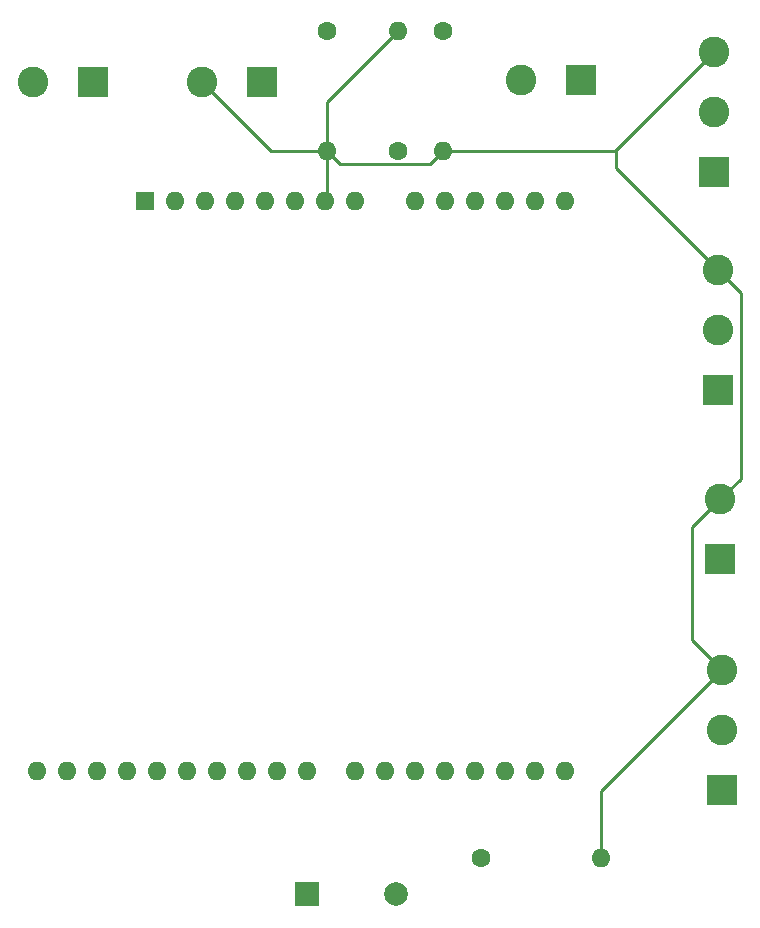
<source format=gbr>
%TF.GenerationSoftware,KiCad,Pcbnew,7.0.5*%
%TF.CreationDate,2023-12-17T15:08:04+05:30*%
%TF.ProjectId,LV conn,4c562063-6f6e-46e2-9e6b-696361645f70,rev?*%
%TF.SameCoordinates,Original*%
%TF.FileFunction,Copper,L2,Bot*%
%TF.FilePolarity,Positive*%
%FSLAX46Y46*%
G04 Gerber Fmt 4.6, Leading zero omitted, Abs format (unit mm)*
G04 Created by KiCad (PCBNEW 7.0.5) date 2023-12-17 15:08:04*
%MOMM*%
%LPD*%
G01*
G04 APERTURE LIST*
%TA.AperFunction,ComponentPad*%
%ADD10C,1.600000*%
%TD*%
%TA.AperFunction,ComponentPad*%
%ADD11O,1.600000X1.600000*%
%TD*%
%TA.AperFunction,ComponentPad*%
%ADD12R,2.600000X2.600000*%
%TD*%
%TA.AperFunction,ComponentPad*%
%ADD13C,2.600000*%
%TD*%
%TA.AperFunction,ComponentPad*%
%ADD14R,2.000000X2.000000*%
%TD*%
%TA.AperFunction,ComponentPad*%
%ADD15C,2.000000*%
%TD*%
%TA.AperFunction,ComponentPad*%
%ADD16R,1.600000X1.600000*%
%TD*%
%TA.AperFunction,Conductor*%
%ADD17C,0.250000*%
%TD*%
G04 APERTURE END LIST*
D10*
%TO.P,R3_RTD1,1*%
%TO.N,D3*%
X148742400Y-35509200D03*
D11*
%TO.P,R3_RTD1,2*%
%TO.N,GND*%
X148742400Y-45669200D03*
%TD*%
D12*
%TO.P,J1_Buck_Con_Ar1,1,Pin_1*%
%TO.N,+9V*%
X143205200Y-39801800D03*
D13*
%TO.P,J1_Buck_Con_Ar1,2,Pin_2*%
%TO.N,GND*%
X138125200Y-39801800D03*
%TD*%
D12*
%TO.P,J3_POT1,1,Pin_1*%
%TO.N,5V*%
X181533800Y-47396400D03*
D13*
%TO.P,J3_POT1,2,Pin_2*%
%TO.N,A0*%
X181533800Y-42316400D03*
%TO.P,J3_POT1,3,Pin_3*%
%TO.N,GND*%
X181533800Y-37236400D03*
%TD*%
D10*
%TO.P,R1_POT1,1*%
%TO.N,A0*%
X158546800Y-35483800D03*
D11*
%TO.P,R1_POT1,2*%
%TO.N,GND*%
X158546800Y-45643800D03*
%TD*%
D12*
%TO.P,J7_Brake_Switch1,1,Pin_1*%
%TO.N,5V*%
X128960800Y-39776200D03*
D13*
%TO.P,J7_Brake_Switch1,2,Pin_2*%
%TO.N,D2*%
X123880800Y-39776200D03*
%TD*%
D12*
%TO.P,J6_RTD_Switch1,1,Pin_1*%
%TO.N,5V*%
X170261200Y-39649200D03*
D13*
%TO.P,J6_RTD_Switch1,2,Pin_2*%
%TO.N,D3*%
X165181200Y-39649200D03*
%TD*%
D14*
%TO.P,BZ1_Buzzer1,1,-*%
%TO.N,D5*%
X146999800Y-108559600D03*
D15*
%TO.P,BZ1_Buzzer1,2,+*%
%TO.N,GND*%
X154599800Y-108559600D03*
%TD*%
D10*
%TO.P,R2_POT2,1*%
%TO.N,A1*%
X154736800Y-45643800D03*
D11*
%TO.P,R2_POT2,2*%
%TO.N,GND*%
X154736800Y-35483800D03*
%TD*%
D16*
%TO.P,A1,1,NC*%
%TO.N,unconnected-(A1-NC-Pad1)*%
X133353400Y-49917400D03*
D11*
%TO.P,A1,2,IOREF*%
%TO.N,unconnected-(A1-IOREF-Pad2)*%
X135893400Y-49917400D03*
%TO.P,A1,3,~{RESET}*%
%TO.N,unconnected-(A1-~{RESET}-Pad3)*%
X138433400Y-49917400D03*
%TO.P,A1,4,3V3*%
%TO.N,3.3V*%
X140973400Y-49917400D03*
%TO.P,A1,5,+5V*%
%TO.N,5V*%
X143513400Y-49917400D03*
%TO.P,A1,6,GND*%
%TO.N,unconnected-(A1-GND-Pad6)*%
X146053400Y-49917400D03*
%TO.P,A1,7,GND*%
%TO.N,GND*%
X148593400Y-49917400D03*
%TO.P,A1,8,VIN*%
%TO.N,+9V*%
X151133400Y-49917400D03*
%TO.P,A1,9,A0*%
%TO.N,A0*%
X156213400Y-49917400D03*
%TO.P,A1,10,A1*%
%TO.N,A1*%
X158753400Y-49917400D03*
%TO.P,A1,11,A2*%
%TO.N,unconnected-(A1-A2-Pad11)*%
X161293400Y-49917400D03*
%TO.P,A1,12,A3*%
%TO.N,unconnected-(A1-A3-Pad12)*%
X163833400Y-49917400D03*
%TO.P,A1,13,SDA/A4*%
%TO.N,unconnected-(A1-SDA{slash}A4-Pad13)*%
X166373400Y-49917400D03*
%TO.P,A1,14,SCL/A5*%
%TO.N,unconnected-(A1-SCL{slash}A5-Pad14)*%
X168913400Y-49917400D03*
%TO.P,A1,15,D0/RX*%
%TO.N,unconnected-(A1-D0{slash}RX-Pad15)*%
X168913400Y-98177400D03*
%TO.P,A1,16,D1/TX*%
%TO.N,unconnected-(A1-D1{slash}TX-Pad16)*%
X166373400Y-98177400D03*
%TO.P,A1,17,D2*%
%TO.N,D2*%
X163833400Y-98177400D03*
%TO.P,A1,18,D3*%
%TO.N,D3*%
X161293400Y-98177400D03*
%TO.P,A1,19,D4*%
%TO.N,D4*%
X158753400Y-98177400D03*
%TO.P,A1,20,D5*%
%TO.N,D5*%
X156213400Y-98177400D03*
%TO.P,A1,21,D6*%
%TO.N,unconnected-(A1-D6-Pad21)*%
X153673400Y-98177400D03*
%TO.P,A1,22,D7*%
%TO.N,unconnected-(A1-D7-Pad22)*%
X151133400Y-98177400D03*
%TO.P,A1,23,D8*%
%TO.N,unconnected-(A1-D8-Pad23)*%
X147073400Y-98177400D03*
%TO.P,A1,24,D9*%
%TO.N,unconnected-(A1-D9-Pad24)*%
X144533400Y-98177400D03*
%TO.P,A1,25,D10*%
%TO.N,unconnected-(A1-D10-Pad25)*%
X141993400Y-98177400D03*
%TO.P,A1,26,D11*%
%TO.N,unconnected-(A1-D11-Pad26)*%
X139453400Y-98177400D03*
%TO.P,A1,27,D12*%
%TO.N,unconnected-(A1-D12-Pad27)*%
X136913400Y-98177400D03*
%TO.P,A1,28,D13*%
%TO.N,unconnected-(A1-D13-Pad28)*%
X134373400Y-98177400D03*
%TO.P,A1,29,GND*%
%TO.N,unconnected-(A1-GND-Pad29)*%
X131833400Y-98177400D03*
%TO.P,A1,30,AREF*%
%TO.N,unconnected-(A1-AREF-Pad30)*%
X129293400Y-98177400D03*
%TO.P,A1,31,SDA/A4*%
%TO.N,unconnected-(A1-SDA{slash}A4-Pad31)*%
X126753400Y-98177400D03*
%TO.P,A1,32,SCL/A5*%
%TO.N,unconnected-(A1-SCL{slash}A5-Pad32)*%
X124213400Y-98177400D03*
%TD*%
D12*
%TO.P,J5_Relay_Module1,1,Pin_1*%
%TO.N,+5V*%
X182143400Y-99745800D03*
D13*
%TO.P,J5_Relay_Module1,2,Pin_2*%
%TO.N,D4*%
X182143400Y-94665800D03*
%TO.P,J5_Relay_Module1,3,Pin_3*%
%TO.N,GND*%
X182143400Y-89585800D03*
%TD*%
D12*
%TO.P,J4_POT2,1,Pin_1*%
%TO.N,3.3V*%
X181838600Y-65887600D03*
D13*
%TO.P,J4_POT2,2,Pin_2*%
%TO.N,A1*%
X181838600Y-60807600D03*
%TO.P,J4_POT2,3,Pin_3*%
%TO.N,GND*%
X181838600Y-55727600D03*
%TD*%
D12*
%TO.P,J2_Buck_con_relay1,1,Pin_1*%
%TO.N,+5V*%
X182016400Y-80213200D03*
D13*
%TO.P,J2_Buck_con_relay1,2,Pin_2*%
%TO.N,GND*%
X182016400Y-75133200D03*
%TD*%
D10*
%TO.P,R4_Brake1,1*%
%TO.N,D2*%
X161772600Y-105537000D03*
D11*
%TO.P,R4_Brake1,2*%
%TO.N,GND*%
X171932600Y-105537000D03*
%TD*%
D17*
%TO.N,GND*%
X148742400Y-49768400D02*
X148593400Y-49917400D01*
X181838600Y-55727600D02*
X183769000Y-57658000D01*
X148742400Y-45669200D02*
X149842000Y-46768800D01*
X173126400Y-45643800D02*
X173189900Y-45580300D01*
X138125200Y-39801800D02*
X143992600Y-45669200D01*
X181838600Y-55727600D02*
X173189900Y-47078900D01*
X182016400Y-75133200D02*
X179628800Y-77520800D01*
X148742400Y-45669200D02*
X148742400Y-49768400D01*
X173189900Y-45580300D02*
X181533800Y-37236400D01*
X179628800Y-87071200D02*
X182143400Y-89585800D01*
X148742400Y-41478200D02*
X154736800Y-35483800D01*
X149842000Y-46768800D02*
X157421800Y-46768800D01*
X171932600Y-99796600D02*
X182143400Y-89585800D01*
X148742400Y-45669200D02*
X148742400Y-41478200D01*
X171932600Y-105537000D02*
X171932600Y-99796600D01*
X173189900Y-47078900D02*
X173189900Y-45580300D01*
X179628800Y-77520800D02*
X179628800Y-87071200D01*
X183769000Y-57658000D02*
X183769000Y-73380600D01*
X143992600Y-45669200D02*
X148742400Y-45669200D01*
X157421800Y-46768800D02*
X158546800Y-45643800D01*
X183769000Y-73380600D02*
X182016400Y-75133200D01*
X158546800Y-45643800D02*
X173126400Y-45643800D01*
%TD*%
M02*

</source>
